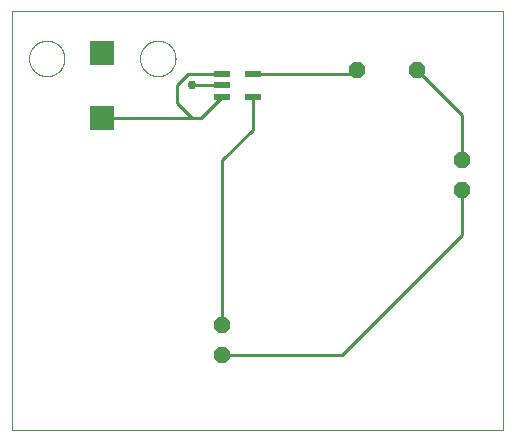
<source format=gtl>
G75*
%MOIN*%
%OFA0B0*%
%FSLAX25Y25*%
%IPPOS*%
%LPD*%
%AMOC8*
5,1,8,0,0,1.08239X$1,22.5*
%
%ADD10C,0.00000*%
%ADD11OC8,0.05200*%
%ADD12R,0.08268X0.08268*%
%ADD13R,0.05200X0.02200*%
%ADD14C,0.01000*%
%ADD15C,0.02978*%
D10*
X0001000Y0001000D02*
X0001000Y0140961D01*
X0164701Y0140961D01*
X0164701Y0001000D01*
X0001000Y0001000D01*
X0006590Y0125016D02*
X0006592Y0125169D01*
X0006598Y0125323D01*
X0006608Y0125476D01*
X0006622Y0125628D01*
X0006640Y0125781D01*
X0006662Y0125932D01*
X0006687Y0126083D01*
X0006717Y0126234D01*
X0006751Y0126384D01*
X0006788Y0126532D01*
X0006829Y0126680D01*
X0006874Y0126826D01*
X0006923Y0126972D01*
X0006976Y0127116D01*
X0007032Y0127258D01*
X0007092Y0127399D01*
X0007156Y0127539D01*
X0007223Y0127677D01*
X0007294Y0127813D01*
X0007369Y0127947D01*
X0007446Y0128079D01*
X0007528Y0128209D01*
X0007612Y0128337D01*
X0007700Y0128463D01*
X0007791Y0128586D01*
X0007885Y0128707D01*
X0007983Y0128825D01*
X0008083Y0128941D01*
X0008187Y0129054D01*
X0008293Y0129165D01*
X0008402Y0129273D01*
X0008514Y0129378D01*
X0008628Y0129479D01*
X0008746Y0129578D01*
X0008865Y0129674D01*
X0008987Y0129767D01*
X0009112Y0129856D01*
X0009239Y0129943D01*
X0009368Y0130025D01*
X0009499Y0130105D01*
X0009632Y0130181D01*
X0009767Y0130254D01*
X0009904Y0130323D01*
X0010043Y0130388D01*
X0010183Y0130450D01*
X0010325Y0130508D01*
X0010468Y0130563D01*
X0010613Y0130614D01*
X0010759Y0130661D01*
X0010906Y0130704D01*
X0011054Y0130743D01*
X0011203Y0130779D01*
X0011353Y0130810D01*
X0011504Y0130838D01*
X0011655Y0130862D01*
X0011808Y0130882D01*
X0011960Y0130898D01*
X0012113Y0130910D01*
X0012266Y0130918D01*
X0012419Y0130922D01*
X0012573Y0130922D01*
X0012726Y0130918D01*
X0012879Y0130910D01*
X0013032Y0130898D01*
X0013184Y0130882D01*
X0013337Y0130862D01*
X0013488Y0130838D01*
X0013639Y0130810D01*
X0013789Y0130779D01*
X0013938Y0130743D01*
X0014086Y0130704D01*
X0014233Y0130661D01*
X0014379Y0130614D01*
X0014524Y0130563D01*
X0014667Y0130508D01*
X0014809Y0130450D01*
X0014949Y0130388D01*
X0015088Y0130323D01*
X0015225Y0130254D01*
X0015360Y0130181D01*
X0015493Y0130105D01*
X0015624Y0130025D01*
X0015753Y0129943D01*
X0015880Y0129856D01*
X0016005Y0129767D01*
X0016127Y0129674D01*
X0016246Y0129578D01*
X0016364Y0129479D01*
X0016478Y0129378D01*
X0016590Y0129273D01*
X0016699Y0129165D01*
X0016805Y0129054D01*
X0016909Y0128941D01*
X0017009Y0128825D01*
X0017107Y0128707D01*
X0017201Y0128586D01*
X0017292Y0128463D01*
X0017380Y0128337D01*
X0017464Y0128209D01*
X0017546Y0128079D01*
X0017623Y0127947D01*
X0017698Y0127813D01*
X0017769Y0127677D01*
X0017836Y0127539D01*
X0017900Y0127399D01*
X0017960Y0127258D01*
X0018016Y0127116D01*
X0018069Y0126972D01*
X0018118Y0126826D01*
X0018163Y0126680D01*
X0018204Y0126532D01*
X0018241Y0126384D01*
X0018275Y0126234D01*
X0018305Y0126083D01*
X0018330Y0125932D01*
X0018352Y0125781D01*
X0018370Y0125628D01*
X0018384Y0125476D01*
X0018394Y0125323D01*
X0018400Y0125169D01*
X0018402Y0125016D01*
X0018400Y0124863D01*
X0018394Y0124709D01*
X0018384Y0124556D01*
X0018370Y0124404D01*
X0018352Y0124251D01*
X0018330Y0124100D01*
X0018305Y0123949D01*
X0018275Y0123798D01*
X0018241Y0123648D01*
X0018204Y0123500D01*
X0018163Y0123352D01*
X0018118Y0123206D01*
X0018069Y0123060D01*
X0018016Y0122916D01*
X0017960Y0122774D01*
X0017900Y0122633D01*
X0017836Y0122493D01*
X0017769Y0122355D01*
X0017698Y0122219D01*
X0017623Y0122085D01*
X0017546Y0121953D01*
X0017464Y0121823D01*
X0017380Y0121695D01*
X0017292Y0121569D01*
X0017201Y0121446D01*
X0017107Y0121325D01*
X0017009Y0121207D01*
X0016909Y0121091D01*
X0016805Y0120978D01*
X0016699Y0120867D01*
X0016590Y0120759D01*
X0016478Y0120654D01*
X0016364Y0120553D01*
X0016246Y0120454D01*
X0016127Y0120358D01*
X0016005Y0120265D01*
X0015880Y0120176D01*
X0015753Y0120089D01*
X0015624Y0120007D01*
X0015493Y0119927D01*
X0015360Y0119851D01*
X0015225Y0119778D01*
X0015088Y0119709D01*
X0014949Y0119644D01*
X0014809Y0119582D01*
X0014667Y0119524D01*
X0014524Y0119469D01*
X0014379Y0119418D01*
X0014233Y0119371D01*
X0014086Y0119328D01*
X0013938Y0119289D01*
X0013789Y0119253D01*
X0013639Y0119222D01*
X0013488Y0119194D01*
X0013337Y0119170D01*
X0013184Y0119150D01*
X0013032Y0119134D01*
X0012879Y0119122D01*
X0012726Y0119114D01*
X0012573Y0119110D01*
X0012419Y0119110D01*
X0012266Y0119114D01*
X0012113Y0119122D01*
X0011960Y0119134D01*
X0011808Y0119150D01*
X0011655Y0119170D01*
X0011504Y0119194D01*
X0011353Y0119222D01*
X0011203Y0119253D01*
X0011054Y0119289D01*
X0010906Y0119328D01*
X0010759Y0119371D01*
X0010613Y0119418D01*
X0010468Y0119469D01*
X0010325Y0119524D01*
X0010183Y0119582D01*
X0010043Y0119644D01*
X0009904Y0119709D01*
X0009767Y0119778D01*
X0009632Y0119851D01*
X0009499Y0119927D01*
X0009368Y0120007D01*
X0009239Y0120089D01*
X0009112Y0120176D01*
X0008987Y0120265D01*
X0008865Y0120358D01*
X0008746Y0120454D01*
X0008628Y0120553D01*
X0008514Y0120654D01*
X0008402Y0120759D01*
X0008293Y0120867D01*
X0008187Y0120978D01*
X0008083Y0121091D01*
X0007983Y0121207D01*
X0007885Y0121325D01*
X0007791Y0121446D01*
X0007700Y0121569D01*
X0007612Y0121695D01*
X0007528Y0121823D01*
X0007446Y0121953D01*
X0007369Y0122085D01*
X0007294Y0122219D01*
X0007223Y0122355D01*
X0007156Y0122493D01*
X0007092Y0122633D01*
X0007032Y0122774D01*
X0006976Y0122916D01*
X0006923Y0123060D01*
X0006874Y0123206D01*
X0006829Y0123352D01*
X0006788Y0123500D01*
X0006751Y0123648D01*
X0006717Y0123798D01*
X0006687Y0123949D01*
X0006662Y0124100D01*
X0006640Y0124251D01*
X0006622Y0124404D01*
X0006608Y0124556D01*
X0006598Y0124709D01*
X0006592Y0124863D01*
X0006590Y0125016D01*
X0043598Y0125016D02*
X0043600Y0125169D01*
X0043606Y0125323D01*
X0043616Y0125476D01*
X0043630Y0125628D01*
X0043648Y0125781D01*
X0043670Y0125932D01*
X0043695Y0126083D01*
X0043725Y0126234D01*
X0043759Y0126384D01*
X0043796Y0126532D01*
X0043837Y0126680D01*
X0043882Y0126826D01*
X0043931Y0126972D01*
X0043984Y0127116D01*
X0044040Y0127258D01*
X0044100Y0127399D01*
X0044164Y0127539D01*
X0044231Y0127677D01*
X0044302Y0127813D01*
X0044377Y0127947D01*
X0044454Y0128079D01*
X0044536Y0128209D01*
X0044620Y0128337D01*
X0044708Y0128463D01*
X0044799Y0128586D01*
X0044893Y0128707D01*
X0044991Y0128825D01*
X0045091Y0128941D01*
X0045195Y0129054D01*
X0045301Y0129165D01*
X0045410Y0129273D01*
X0045522Y0129378D01*
X0045636Y0129479D01*
X0045754Y0129578D01*
X0045873Y0129674D01*
X0045995Y0129767D01*
X0046120Y0129856D01*
X0046247Y0129943D01*
X0046376Y0130025D01*
X0046507Y0130105D01*
X0046640Y0130181D01*
X0046775Y0130254D01*
X0046912Y0130323D01*
X0047051Y0130388D01*
X0047191Y0130450D01*
X0047333Y0130508D01*
X0047476Y0130563D01*
X0047621Y0130614D01*
X0047767Y0130661D01*
X0047914Y0130704D01*
X0048062Y0130743D01*
X0048211Y0130779D01*
X0048361Y0130810D01*
X0048512Y0130838D01*
X0048663Y0130862D01*
X0048816Y0130882D01*
X0048968Y0130898D01*
X0049121Y0130910D01*
X0049274Y0130918D01*
X0049427Y0130922D01*
X0049581Y0130922D01*
X0049734Y0130918D01*
X0049887Y0130910D01*
X0050040Y0130898D01*
X0050192Y0130882D01*
X0050345Y0130862D01*
X0050496Y0130838D01*
X0050647Y0130810D01*
X0050797Y0130779D01*
X0050946Y0130743D01*
X0051094Y0130704D01*
X0051241Y0130661D01*
X0051387Y0130614D01*
X0051532Y0130563D01*
X0051675Y0130508D01*
X0051817Y0130450D01*
X0051957Y0130388D01*
X0052096Y0130323D01*
X0052233Y0130254D01*
X0052368Y0130181D01*
X0052501Y0130105D01*
X0052632Y0130025D01*
X0052761Y0129943D01*
X0052888Y0129856D01*
X0053013Y0129767D01*
X0053135Y0129674D01*
X0053254Y0129578D01*
X0053372Y0129479D01*
X0053486Y0129378D01*
X0053598Y0129273D01*
X0053707Y0129165D01*
X0053813Y0129054D01*
X0053917Y0128941D01*
X0054017Y0128825D01*
X0054115Y0128707D01*
X0054209Y0128586D01*
X0054300Y0128463D01*
X0054388Y0128337D01*
X0054472Y0128209D01*
X0054554Y0128079D01*
X0054631Y0127947D01*
X0054706Y0127813D01*
X0054777Y0127677D01*
X0054844Y0127539D01*
X0054908Y0127399D01*
X0054968Y0127258D01*
X0055024Y0127116D01*
X0055077Y0126972D01*
X0055126Y0126826D01*
X0055171Y0126680D01*
X0055212Y0126532D01*
X0055249Y0126384D01*
X0055283Y0126234D01*
X0055313Y0126083D01*
X0055338Y0125932D01*
X0055360Y0125781D01*
X0055378Y0125628D01*
X0055392Y0125476D01*
X0055402Y0125323D01*
X0055408Y0125169D01*
X0055410Y0125016D01*
X0055408Y0124863D01*
X0055402Y0124709D01*
X0055392Y0124556D01*
X0055378Y0124404D01*
X0055360Y0124251D01*
X0055338Y0124100D01*
X0055313Y0123949D01*
X0055283Y0123798D01*
X0055249Y0123648D01*
X0055212Y0123500D01*
X0055171Y0123352D01*
X0055126Y0123206D01*
X0055077Y0123060D01*
X0055024Y0122916D01*
X0054968Y0122774D01*
X0054908Y0122633D01*
X0054844Y0122493D01*
X0054777Y0122355D01*
X0054706Y0122219D01*
X0054631Y0122085D01*
X0054554Y0121953D01*
X0054472Y0121823D01*
X0054388Y0121695D01*
X0054300Y0121569D01*
X0054209Y0121446D01*
X0054115Y0121325D01*
X0054017Y0121207D01*
X0053917Y0121091D01*
X0053813Y0120978D01*
X0053707Y0120867D01*
X0053598Y0120759D01*
X0053486Y0120654D01*
X0053372Y0120553D01*
X0053254Y0120454D01*
X0053135Y0120358D01*
X0053013Y0120265D01*
X0052888Y0120176D01*
X0052761Y0120089D01*
X0052632Y0120007D01*
X0052501Y0119927D01*
X0052368Y0119851D01*
X0052233Y0119778D01*
X0052096Y0119709D01*
X0051957Y0119644D01*
X0051817Y0119582D01*
X0051675Y0119524D01*
X0051532Y0119469D01*
X0051387Y0119418D01*
X0051241Y0119371D01*
X0051094Y0119328D01*
X0050946Y0119289D01*
X0050797Y0119253D01*
X0050647Y0119222D01*
X0050496Y0119194D01*
X0050345Y0119170D01*
X0050192Y0119150D01*
X0050040Y0119134D01*
X0049887Y0119122D01*
X0049734Y0119114D01*
X0049581Y0119110D01*
X0049427Y0119110D01*
X0049274Y0119114D01*
X0049121Y0119122D01*
X0048968Y0119134D01*
X0048816Y0119150D01*
X0048663Y0119170D01*
X0048512Y0119194D01*
X0048361Y0119222D01*
X0048211Y0119253D01*
X0048062Y0119289D01*
X0047914Y0119328D01*
X0047767Y0119371D01*
X0047621Y0119418D01*
X0047476Y0119469D01*
X0047333Y0119524D01*
X0047191Y0119582D01*
X0047051Y0119644D01*
X0046912Y0119709D01*
X0046775Y0119778D01*
X0046640Y0119851D01*
X0046507Y0119927D01*
X0046376Y0120007D01*
X0046247Y0120089D01*
X0046120Y0120176D01*
X0045995Y0120265D01*
X0045873Y0120358D01*
X0045754Y0120454D01*
X0045636Y0120553D01*
X0045522Y0120654D01*
X0045410Y0120759D01*
X0045301Y0120867D01*
X0045195Y0120978D01*
X0045091Y0121091D01*
X0044991Y0121207D01*
X0044893Y0121325D01*
X0044799Y0121446D01*
X0044708Y0121569D01*
X0044620Y0121695D01*
X0044536Y0121823D01*
X0044454Y0121953D01*
X0044377Y0122085D01*
X0044302Y0122219D01*
X0044231Y0122355D01*
X0044164Y0122493D01*
X0044100Y0122633D01*
X0044040Y0122774D01*
X0043984Y0122916D01*
X0043931Y0123060D01*
X0043882Y0123206D01*
X0043837Y0123352D01*
X0043796Y0123500D01*
X0043759Y0123648D01*
X0043725Y0123798D01*
X0043695Y0123949D01*
X0043670Y0124100D01*
X0043648Y0124251D01*
X0043630Y0124404D01*
X0043616Y0124556D01*
X0043606Y0124709D01*
X0043600Y0124863D01*
X0043598Y0125016D01*
D11*
X0116000Y0121000D03*
X0136000Y0121000D03*
X0151000Y0091000D03*
X0151000Y0081000D03*
X0071000Y0036000D03*
X0071000Y0026000D03*
D12*
X0031000Y0105173D03*
X0031000Y0126827D03*
D13*
X0070900Y0119700D03*
X0070900Y0116000D03*
X0070900Y0112300D03*
X0081100Y0112300D03*
X0081100Y0119700D03*
D14*
X0114700Y0119700D01*
X0116000Y0121000D01*
X0136000Y0121000D02*
X0151000Y0106000D01*
X0151000Y0091000D01*
X0151000Y0081000D02*
X0151000Y0066000D01*
X0116000Y0031000D01*
X0111000Y0026000D01*
X0071000Y0026000D01*
X0071000Y0036000D02*
X0071000Y0091000D01*
X0081100Y0101100D01*
X0081100Y0112300D01*
X0070900Y0112300D02*
X0063773Y0105173D01*
X0061000Y0105173D01*
X0056000Y0110173D01*
X0056000Y0116000D01*
X0059700Y0119700D01*
X0070900Y0119700D01*
X0070900Y0116000D02*
X0061000Y0116000D01*
X0061000Y0105173D02*
X0031000Y0105173D01*
D15*
X0061000Y0116000D03*
M02*

</source>
